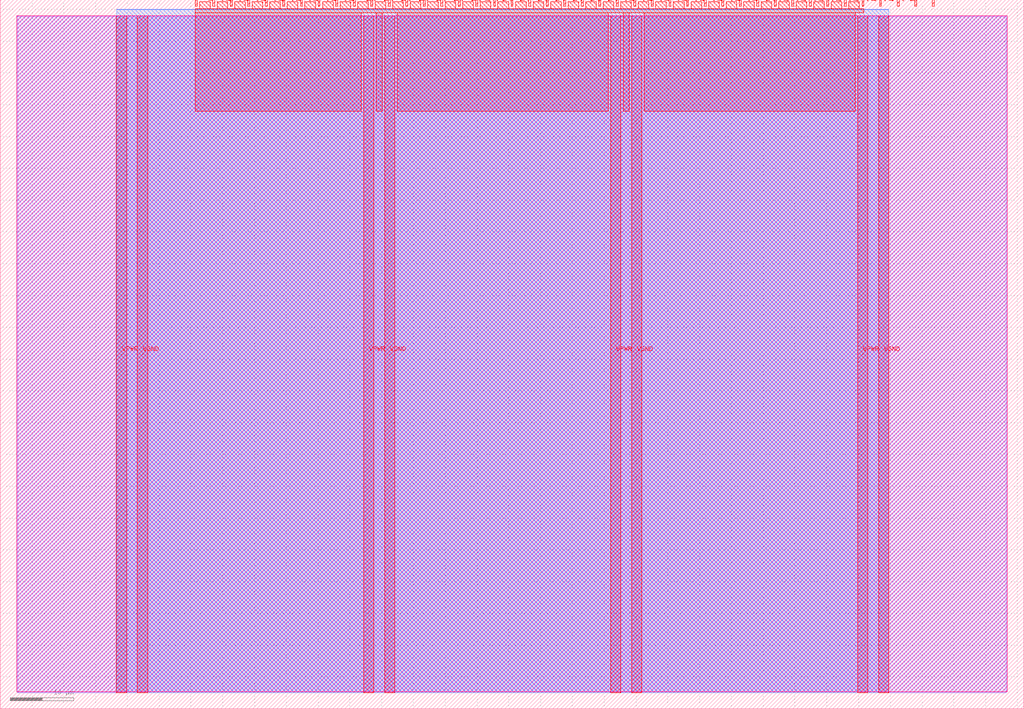
<source format=lef>
VERSION 5.7 ;
  NOWIREEXTENSIONATPIN ON ;
  DIVIDERCHAR "/" ;
  BUSBITCHARS "[]" ;
MACRO tt_um_wokwi_414120696731857921
  CLASS BLOCK ;
  FOREIGN tt_um_wokwi_414120696731857921 ;
  ORIGIN 0.000 0.000 ;
  SIZE 161.000 BY 111.520 ;
  PIN VGND
    DIRECTION INOUT ;
    USE GROUND ;
    PORT
      LAYER met4 ;
        RECT 21.580 2.480 23.180 109.040 ;
    END
    PORT
      LAYER met4 ;
        RECT 60.450 2.480 62.050 109.040 ;
    END
    PORT
      LAYER met4 ;
        RECT 99.320 2.480 100.920 109.040 ;
    END
    PORT
      LAYER met4 ;
        RECT 138.190 2.480 139.790 109.040 ;
    END
  END VGND
  PIN VPWR
    DIRECTION INOUT ;
    USE POWER ;
    PORT
      LAYER met4 ;
        RECT 18.280 2.480 19.880 109.040 ;
    END
    PORT
      LAYER met4 ;
        RECT 57.150 2.480 58.750 109.040 ;
    END
    PORT
      LAYER met4 ;
        RECT 96.020 2.480 97.620 109.040 ;
    END
    PORT
      LAYER met4 ;
        RECT 134.890 2.480 136.490 109.040 ;
    END
  END VPWR
  PIN clk
    DIRECTION INPUT ;
    USE SIGNAL ;
    PORT
      LAYER met4 ;
        RECT 143.830 110.520 144.130 111.520 ;
    END
  END clk
  PIN ena
    DIRECTION INPUT ;
    USE SIGNAL ;
    PORT
      LAYER met4 ;
        RECT 146.590 110.520 146.890 111.520 ;
    END
  END ena
  PIN rst_n
    DIRECTION INPUT ;
    USE SIGNAL ;
    PORT
      LAYER met4 ;
        RECT 141.070 110.520 141.370 111.520 ;
    END
  END rst_n
  PIN ui_in[0]
    DIRECTION INPUT ;
    USE SIGNAL ;
    PORT
      LAYER met4 ;
        RECT 138.310 110.520 138.610 111.520 ;
    END
  END ui_in[0]
  PIN ui_in[1]
    DIRECTION INPUT ;
    USE SIGNAL ;
    ANTENNAGATEAREA 0.213000 ;
    PORT
      LAYER met4 ;
        RECT 135.550 110.520 135.850 111.520 ;
    END
  END ui_in[1]
  PIN ui_in[2]
    DIRECTION INPUT ;
    USE SIGNAL ;
    ANTENNAGATEAREA 0.159000 ;
    PORT
      LAYER met4 ;
        RECT 132.790 110.520 133.090 111.520 ;
    END
  END ui_in[2]
  PIN ui_in[3]
    DIRECTION INPUT ;
    USE SIGNAL ;
    ANTENNAGATEAREA 0.159000 ;
    PORT
      LAYER met4 ;
        RECT 130.030 110.520 130.330 111.520 ;
    END
  END ui_in[3]
  PIN ui_in[4]
    DIRECTION INPUT ;
    USE SIGNAL ;
    ANTENNAGATEAREA 0.159000 ;
    PORT
      LAYER met4 ;
        RECT 127.270 110.520 127.570 111.520 ;
    END
  END ui_in[4]
  PIN ui_in[5]
    DIRECTION INPUT ;
    USE SIGNAL ;
    ANTENNAGATEAREA 0.159000 ;
    PORT
      LAYER met4 ;
        RECT 124.510 110.520 124.810 111.520 ;
    END
  END ui_in[5]
  PIN ui_in[6]
    DIRECTION INPUT ;
    USE SIGNAL ;
    ANTENNAGATEAREA 0.159000 ;
    PORT
      LAYER met4 ;
        RECT 121.750 110.520 122.050 111.520 ;
    END
  END ui_in[6]
  PIN ui_in[7]
    DIRECTION INPUT ;
    USE SIGNAL ;
    ANTENNAGATEAREA 0.159000 ;
    PORT
      LAYER met4 ;
        RECT 118.990 110.520 119.290 111.520 ;
    END
  END ui_in[7]
  PIN uio_in[0]
    DIRECTION INPUT ;
    USE SIGNAL ;
    PORT
      LAYER met4 ;
        RECT 116.230 110.520 116.530 111.520 ;
    END
  END uio_in[0]
  PIN uio_in[1]
    DIRECTION INPUT ;
    USE SIGNAL ;
    PORT
      LAYER met4 ;
        RECT 113.470 110.520 113.770 111.520 ;
    END
  END uio_in[1]
  PIN uio_in[2]
    DIRECTION INPUT ;
    USE SIGNAL ;
    PORT
      LAYER met4 ;
        RECT 110.710 110.520 111.010 111.520 ;
    END
  END uio_in[2]
  PIN uio_in[3]
    DIRECTION INPUT ;
    USE SIGNAL ;
    PORT
      LAYER met4 ;
        RECT 107.950 110.520 108.250 111.520 ;
    END
  END uio_in[3]
  PIN uio_in[4]
    DIRECTION INPUT ;
    USE SIGNAL ;
    PORT
      LAYER met4 ;
        RECT 105.190 110.520 105.490 111.520 ;
    END
  END uio_in[4]
  PIN uio_in[5]
    DIRECTION INPUT ;
    USE SIGNAL ;
    PORT
      LAYER met4 ;
        RECT 102.430 110.520 102.730 111.520 ;
    END
  END uio_in[5]
  PIN uio_in[6]
    DIRECTION INPUT ;
    USE SIGNAL ;
    PORT
      LAYER met4 ;
        RECT 99.670 110.520 99.970 111.520 ;
    END
  END uio_in[6]
  PIN uio_in[7]
    DIRECTION INPUT ;
    USE SIGNAL ;
    PORT
      LAYER met4 ;
        RECT 96.910 110.520 97.210 111.520 ;
    END
  END uio_in[7]
  PIN uio_oe[0]
    DIRECTION OUTPUT ;
    USE SIGNAL ;
    PORT
      LAYER met4 ;
        RECT 49.990 110.520 50.290 111.520 ;
    END
  END uio_oe[0]
  PIN uio_oe[1]
    DIRECTION OUTPUT ;
    USE SIGNAL ;
    PORT
      LAYER met4 ;
        RECT 47.230 110.520 47.530 111.520 ;
    END
  END uio_oe[1]
  PIN uio_oe[2]
    DIRECTION OUTPUT ;
    USE SIGNAL ;
    PORT
      LAYER met4 ;
        RECT 44.470 110.520 44.770 111.520 ;
    END
  END uio_oe[2]
  PIN uio_oe[3]
    DIRECTION OUTPUT ;
    USE SIGNAL ;
    PORT
      LAYER met4 ;
        RECT 41.710 110.520 42.010 111.520 ;
    END
  END uio_oe[3]
  PIN uio_oe[4]
    DIRECTION OUTPUT ;
    USE SIGNAL ;
    PORT
      LAYER met4 ;
        RECT 38.950 110.520 39.250 111.520 ;
    END
  END uio_oe[4]
  PIN uio_oe[5]
    DIRECTION OUTPUT ;
    USE SIGNAL ;
    PORT
      LAYER met4 ;
        RECT 36.190 110.520 36.490 111.520 ;
    END
  END uio_oe[5]
  PIN uio_oe[6]
    DIRECTION OUTPUT ;
    USE SIGNAL ;
    PORT
      LAYER met4 ;
        RECT 33.430 110.520 33.730 111.520 ;
    END
  END uio_oe[6]
  PIN uio_oe[7]
    DIRECTION OUTPUT ;
    USE SIGNAL ;
    PORT
      LAYER met4 ;
        RECT 30.670 110.520 30.970 111.520 ;
    END
  END uio_oe[7]
  PIN uio_out[0]
    DIRECTION OUTPUT ;
    USE SIGNAL ;
    PORT
      LAYER met4 ;
        RECT 72.070 110.520 72.370 111.520 ;
    END
  END uio_out[0]
  PIN uio_out[1]
    DIRECTION OUTPUT ;
    USE SIGNAL ;
    PORT
      LAYER met4 ;
        RECT 69.310 110.520 69.610 111.520 ;
    END
  END uio_out[1]
  PIN uio_out[2]
    DIRECTION OUTPUT ;
    USE SIGNAL ;
    PORT
      LAYER met4 ;
        RECT 66.550 110.520 66.850 111.520 ;
    END
  END uio_out[2]
  PIN uio_out[3]
    DIRECTION OUTPUT ;
    USE SIGNAL ;
    PORT
      LAYER met4 ;
        RECT 63.790 110.520 64.090 111.520 ;
    END
  END uio_out[3]
  PIN uio_out[4]
    DIRECTION OUTPUT ;
    USE SIGNAL ;
    PORT
      LAYER met4 ;
        RECT 61.030 110.520 61.330 111.520 ;
    END
  END uio_out[4]
  PIN uio_out[5]
    DIRECTION OUTPUT ;
    USE SIGNAL ;
    PORT
      LAYER met4 ;
        RECT 58.270 110.520 58.570 111.520 ;
    END
  END uio_out[5]
  PIN uio_out[6]
    DIRECTION OUTPUT ;
    USE SIGNAL ;
    PORT
      LAYER met4 ;
        RECT 55.510 110.520 55.810 111.520 ;
    END
  END uio_out[6]
  PIN uio_out[7]
    DIRECTION OUTPUT ;
    USE SIGNAL ;
    PORT
      LAYER met4 ;
        RECT 52.750 110.520 53.050 111.520 ;
    END
  END uio_out[7]
  PIN uo_out[0]
    DIRECTION OUTPUT ;
    USE SIGNAL ;
    PORT
      LAYER met4 ;
        RECT 94.150 110.520 94.450 111.520 ;
    END
  END uo_out[0]
  PIN uo_out[1]
    DIRECTION OUTPUT ;
    USE SIGNAL ;
    ANTENNADIFFAREA 0.795200 ;
    PORT
      LAYER met4 ;
        RECT 91.390 110.520 91.690 111.520 ;
    END
  END uo_out[1]
  PIN uo_out[2]
    DIRECTION OUTPUT ;
    USE SIGNAL ;
    ANTENNADIFFAREA 0.445500 ;
    PORT
      LAYER met4 ;
        RECT 88.630 110.520 88.930 111.520 ;
    END
  END uo_out[2]
  PIN uo_out[3]
    DIRECTION OUTPUT ;
    USE SIGNAL ;
    ANTENNADIFFAREA 0.445500 ;
    PORT
      LAYER met4 ;
        RECT 85.870 110.520 86.170 111.520 ;
    END
  END uo_out[3]
  PIN uo_out[4]
    DIRECTION OUTPUT ;
    USE SIGNAL ;
    ANTENNADIFFAREA 0.445500 ;
    PORT
      LAYER met4 ;
        RECT 83.110 110.520 83.410 111.520 ;
    END
  END uo_out[4]
  PIN uo_out[5]
    DIRECTION OUTPUT ;
    USE SIGNAL ;
    ANTENNADIFFAREA 0.445500 ;
    PORT
      LAYER met4 ;
        RECT 80.350 110.520 80.650 111.520 ;
    END
  END uo_out[5]
  PIN uo_out[6]
    DIRECTION OUTPUT ;
    USE SIGNAL ;
    ANTENNADIFFAREA 0.445500 ;
    PORT
      LAYER met4 ;
        RECT 77.590 110.520 77.890 111.520 ;
    END
  END uo_out[6]
  PIN uo_out[7]
    DIRECTION OUTPUT ;
    USE SIGNAL ;
    ANTENNADIFFAREA 0.445500 ;
    PORT
      LAYER met4 ;
        RECT 74.830 110.520 75.130 111.520 ;
    END
  END uo_out[7]
  OBS
      LAYER nwell ;
        RECT 2.570 2.635 158.430 108.990 ;
      LAYER li1 ;
        RECT 2.760 2.635 158.240 108.885 ;
      LAYER met1 ;
        RECT 2.760 2.480 158.240 109.040 ;
      LAYER met2 ;
        RECT 18.310 2.535 139.760 110.005 ;
      LAYER met3 ;
        RECT 18.290 2.555 139.780 109.985 ;
      LAYER met4 ;
        RECT 31.370 110.120 33.030 111.170 ;
        RECT 34.130 110.120 35.790 111.170 ;
        RECT 36.890 110.120 38.550 111.170 ;
        RECT 39.650 110.120 41.310 111.170 ;
        RECT 42.410 110.120 44.070 111.170 ;
        RECT 45.170 110.120 46.830 111.170 ;
        RECT 47.930 110.120 49.590 111.170 ;
        RECT 50.690 110.120 52.350 111.170 ;
        RECT 53.450 110.120 55.110 111.170 ;
        RECT 56.210 110.120 57.870 111.170 ;
        RECT 58.970 110.120 60.630 111.170 ;
        RECT 61.730 110.120 63.390 111.170 ;
        RECT 64.490 110.120 66.150 111.170 ;
        RECT 67.250 110.120 68.910 111.170 ;
        RECT 70.010 110.120 71.670 111.170 ;
        RECT 72.770 110.120 74.430 111.170 ;
        RECT 75.530 110.120 77.190 111.170 ;
        RECT 78.290 110.120 79.950 111.170 ;
        RECT 81.050 110.120 82.710 111.170 ;
        RECT 83.810 110.120 85.470 111.170 ;
        RECT 86.570 110.120 88.230 111.170 ;
        RECT 89.330 110.120 90.990 111.170 ;
        RECT 92.090 110.120 93.750 111.170 ;
        RECT 94.850 110.120 96.510 111.170 ;
        RECT 97.610 110.120 99.270 111.170 ;
        RECT 100.370 110.120 102.030 111.170 ;
        RECT 103.130 110.120 104.790 111.170 ;
        RECT 105.890 110.120 107.550 111.170 ;
        RECT 108.650 110.120 110.310 111.170 ;
        RECT 111.410 110.120 113.070 111.170 ;
        RECT 114.170 110.120 115.830 111.170 ;
        RECT 116.930 110.120 118.590 111.170 ;
        RECT 119.690 110.120 121.350 111.170 ;
        RECT 122.450 110.120 124.110 111.170 ;
        RECT 125.210 110.120 126.870 111.170 ;
        RECT 127.970 110.120 129.630 111.170 ;
        RECT 130.730 110.120 132.390 111.170 ;
        RECT 133.490 110.120 135.150 111.170 ;
        RECT 30.655 109.440 135.850 110.120 ;
        RECT 30.655 94.015 56.750 109.440 ;
        RECT 59.150 94.015 60.050 109.440 ;
        RECT 62.450 94.015 95.620 109.440 ;
        RECT 98.020 94.015 98.920 109.440 ;
        RECT 101.320 94.015 134.490 109.440 ;
  END
END tt_um_wokwi_414120696731857921
END LIBRARY


</source>
